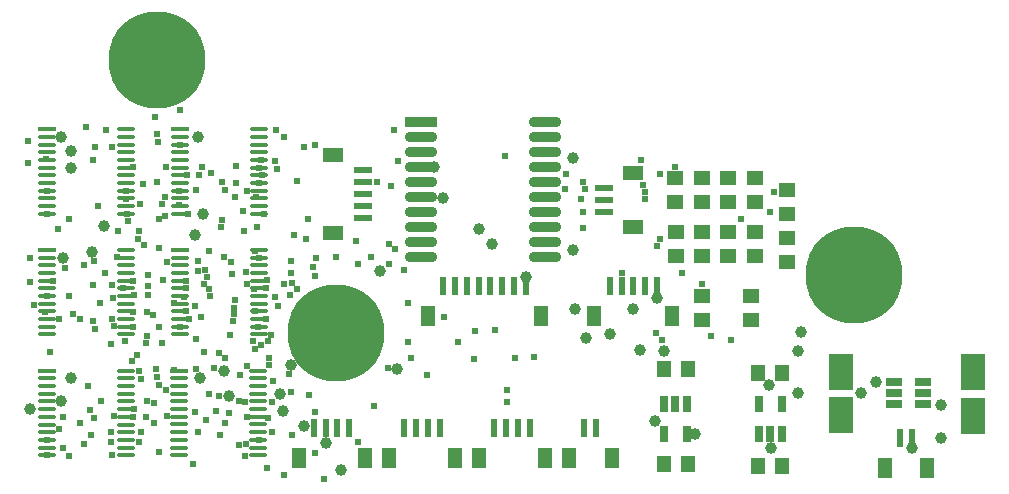
<source format=gts>
G04 Layer_Color=8388736*
%FSLAX44Y44*%
%MOMM*%
G71*
G01*
G75*
%ADD13R,1.5500X0.6000*%
%ADD14R,1.8000X1.2000*%
%ADD17R,1.4823X0.4180*%
%ADD18O,1.4823X0.4180*%
%ADD19R,0.6000X1.5500*%
%ADD20R,1.2000X1.8000*%
%ADD36R,1.4732X1.2192*%
%ADD37R,2.0532X3.1532*%
%ADD38R,1.4032X0.8032*%
%ADD39R,2.7432X0.9144*%
%ADD40O,2.7432X0.9144*%
%ADD41R,1.2192X1.4732*%
%ADD42R,0.7112X1.4732*%
%ADD43C,8.2032*%
%ADD44C,0.6032*%
%ADD45C,1.0032*%
D13*
X831576Y1464028D02*
D03*
Y1474028D02*
D03*
Y1484028D02*
D03*
Y1494028D02*
D03*
Y1504028D02*
D03*
X1035200Y1488928D02*
D03*
Y1478928D02*
D03*
Y1468928D02*
D03*
D14*
X806326Y1451028D02*
D03*
Y1517028D02*
D03*
X1060450Y1501928D02*
D03*
Y1455928D02*
D03*
D17*
X563880Y1538986D02*
D03*
X676437D02*
D03*
X563880Y1436699D02*
D03*
X676437D02*
D03*
X563880Y1334412D02*
D03*
X675530Y1334452D02*
D03*
D18*
X563880Y1532486D02*
D03*
Y1525986D02*
D03*
Y1519486D02*
D03*
Y1512986D02*
D03*
Y1506486D02*
D03*
Y1499986D02*
D03*
Y1493486D02*
D03*
Y1486986D02*
D03*
Y1480486D02*
D03*
Y1473986D02*
D03*
Y1467486D02*
D03*
X631155D02*
D03*
Y1473986D02*
D03*
Y1480486D02*
D03*
Y1486986D02*
D03*
Y1493486D02*
D03*
Y1499986D02*
D03*
Y1506486D02*
D03*
Y1512986D02*
D03*
Y1519486D02*
D03*
Y1525986D02*
D03*
Y1532486D02*
D03*
Y1538986D02*
D03*
X676437Y1532486D02*
D03*
Y1525986D02*
D03*
Y1519486D02*
D03*
Y1512986D02*
D03*
Y1506486D02*
D03*
Y1499986D02*
D03*
Y1493486D02*
D03*
Y1486986D02*
D03*
Y1480486D02*
D03*
Y1473986D02*
D03*
Y1467486D02*
D03*
X743712D02*
D03*
Y1473986D02*
D03*
Y1480486D02*
D03*
Y1486986D02*
D03*
Y1493486D02*
D03*
Y1499986D02*
D03*
Y1506486D02*
D03*
Y1512986D02*
D03*
Y1519486D02*
D03*
Y1525986D02*
D03*
Y1532486D02*
D03*
Y1538986D02*
D03*
X563880Y1430199D02*
D03*
Y1423699D02*
D03*
Y1417199D02*
D03*
Y1410699D02*
D03*
Y1404199D02*
D03*
Y1397699D02*
D03*
Y1391199D02*
D03*
Y1384699D02*
D03*
Y1378199D02*
D03*
Y1371699D02*
D03*
Y1365199D02*
D03*
X631155D02*
D03*
Y1371699D02*
D03*
Y1378199D02*
D03*
Y1384699D02*
D03*
Y1391199D02*
D03*
Y1397699D02*
D03*
Y1404199D02*
D03*
Y1410699D02*
D03*
Y1417199D02*
D03*
Y1423699D02*
D03*
Y1430199D02*
D03*
Y1436699D02*
D03*
X676437Y1430199D02*
D03*
Y1423699D02*
D03*
Y1417199D02*
D03*
Y1410699D02*
D03*
Y1404199D02*
D03*
Y1397699D02*
D03*
Y1391199D02*
D03*
Y1384699D02*
D03*
Y1378199D02*
D03*
Y1371699D02*
D03*
Y1365199D02*
D03*
X743712D02*
D03*
Y1371699D02*
D03*
Y1378199D02*
D03*
Y1384699D02*
D03*
Y1391199D02*
D03*
Y1397699D02*
D03*
Y1404199D02*
D03*
Y1410699D02*
D03*
Y1417199D02*
D03*
Y1423699D02*
D03*
Y1430199D02*
D03*
Y1436699D02*
D03*
X563880Y1327912D02*
D03*
Y1321412D02*
D03*
Y1314912D02*
D03*
Y1308412D02*
D03*
Y1301912D02*
D03*
Y1295412D02*
D03*
Y1288912D02*
D03*
Y1282412D02*
D03*
Y1275912D02*
D03*
Y1269412D02*
D03*
Y1262912D02*
D03*
X631155D02*
D03*
Y1269412D02*
D03*
Y1275912D02*
D03*
Y1282412D02*
D03*
Y1288912D02*
D03*
Y1295412D02*
D03*
Y1301912D02*
D03*
Y1308412D02*
D03*
Y1314912D02*
D03*
Y1321412D02*
D03*
Y1327912D02*
D03*
Y1334412D02*
D03*
X675530Y1327952D02*
D03*
Y1321452D02*
D03*
Y1314952D02*
D03*
Y1308452D02*
D03*
Y1301952D02*
D03*
Y1295452D02*
D03*
Y1288952D02*
D03*
Y1282452D02*
D03*
Y1275952D02*
D03*
Y1269452D02*
D03*
Y1262952D02*
D03*
X742805D02*
D03*
Y1269452D02*
D03*
Y1275952D02*
D03*
Y1282452D02*
D03*
Y1288952D02*
D03*
Y1295452D02*
D03*
Y1301952D02*
D03*
Y1308452D02*
D03*
Y1314952D02*
D03*
Y1321452D02*
D03*
Y1327952D02*
D03*
Y1334452D02*
D03*
D19*
X819866Y1285598D02*
D03*
X809866D02*
D03*
X799866D02*
D03*
X789866D02*
D03*
X896279Y1285718D02*
D03*
X886279D02*
D03*
X876279D02*
D03*
X866279D02*
D03*
X972631D02*
D03*
X962631D02*
D03*
X952631D02*
D03*
X942631D02*
D03*
X1028983D02*
D03*
X1018983D02*
D03*
X1296336Y1277082D02*
D03*
X1286336D02*
D03*
X1080450Y1406114D02*
D03*
X1070450D02*
D03*
X1060450D02*
D03*
X1050450D02*
D03*
X1040450D02*
D03*
X969279D02*
D03*
X959278D02*
D03*
X949278D02*
D03*
X939278D02*
D03*
X929279D02*
D03*
X919279D02*
D03*
X909278D02*
D03*
X899278D02*
D03*
D20*
X832866Y1260348D02*
D03*
X776866D02*
D03*
X909278Y1260468D02*
D03*
X853279D02*
D03*
X985631D02*
D03*
X929631D02*
D03*
X1041983D02*
D03*
X1005983D02*
D03*
X1309336Y1251832D02*
D03*
X1273336D02*
D03*
X1093450Y1380864D02*
D03*
X1027450D02*
D03*
X982279D02*
D03*
X886279D02*
D03*
D36*
X1118531Y1377442D02*
D03*
Y1397762D02*
D03*
X1190752Y1426210D02*
D03*
Y1446530D02*
D03*
X1163320Y1431290D02*
D03*
Y1451610D02*
D03*
X1140714Y1431290D02*
D03*
Y1451610D02*
D03*
X1118531Y1431290D02*
D03*
Y1451610D02*
D03*
X1096772D02*
D03*
Y1431290D02*
D03*
X1190752Y1466850D02*
D03*
Y1487170D02*
D03*
X1163066Y1477518D02*
D03*
Y1497838D02*
D03*
X1140714Y1477518D02*
D03*
Y1497838D02*
D03*
X1118531Y1477518D02*
D03*
Y1497838D02*
D03*
X1096010Y1477518D02*
D03*
Y1497838D02*
D03*
X1160018Y1397762D02*
D03*
Y1377442D02*
D03*
D37*
X1348232Y1296458D02*
D03*
Y1333458D02*
D03*
X1236472Y1296712D02*
D03*
Y1333712D02*
D03*
D38*
X1280868Y1306118D02*
D03*
Y1315618D02*
D03*
Y1325118D02*
D03*
X1305868D02*
D03*
Y1315618D02*
D03*
Y1306118D02*
D03*
D39*
X880618Y1544828D02*
D03*
D40*
Y1532128D02*
D03*
Y1519428D02*
D03*
Y1506728D02*
D03*
Y1494028D02*
D03*
Y1481328D02*
D03*
Y1468628D02*
D03*
Y1455928D02*
D03*
Y1443228D02*
D03*
Y1430528D02*
D03*
X985218Y1544828D02*
D03*
Y1532128D02*
D03*
Y1519428D02*
D03*
Y1506728D02*
D03*
Y1494028D02*
D03*
Y1481328D02*
D03*
Y1468628D02*
D03*
Y1455928D02*
D03*
Y1443228D02*
D03*
Y1430528D02*
D03*
D41*
X1185926Y1253998D02*
D03*
X1165606D02*
D03*
X1106678Y1255522D02*
D03*
X1086358D02*
D03*
Y1335786D02*
D03*
X1106678D02*
D03*
X1165606Y1332230D02*
D03*
X1185926D02*
D03*
D42*
X1105408Y1280718D02*
D03*
X1096010Y1306118D02*
D03*
X1086358Y1306118D02*
D03*
X1105408D02*
D03*
X1086358Y1280718D02*
D03*
X1166876Y1306118D02*
D03*
X1176274Y1280718D02*
D03*
X1185926Y1280718D02*
D03*
X1166876D02*
D03*
X1185926Y1306118D02*
D03*
D43*
X657352Y1597660D02*
D03*
X1246886Y1415796D02*
D03*
X808736Y1366266D02*
D03*
D44*
X1118531Y1407753D02*
D03*
X1101598Y1417066D02*
D03*
X843534Y1494282D02*
D03*
X1118531Y1497838D02*
D03*
X1068158Y1491622D02*
D03*
X1083310Y1501394D02*
D03*
X1019556Y1488186D02*
D03*
X1002284D02*
D03*
X855218Y1491234D02*
D03*
X1017524Y1494536D02*
D03*
X1015746Y1479804D02*
D03*
X1151636Y1463294D02*
D03*
X1163066Y1497457D02*
D03*
X1140714Y1497838D02*
D03*
X1070610Y1486154D02*
D03*
Y1480058D02*
D03*
X1179576Y1485900D02*
D03*
X1175766Y1468882D02*
D03*
X1017524Y1469136D02*
D03*
X1096010Y1507236D02*
D03*
X1066800Y1513078D02*
D03*
X1003046Y1500886D02*
D03*
X860806Y1512062D02*
D03*
X993140Y1443228D02*
D03*
X1080770Y1440434D02*
D03*
X1083056Y1446276D02*
D03*
X1017524Y1455166D02*
D03*
X951992Y1516380D02*
D03*
X577278Y1269428D02*
D03*
X603504Y1294384D02*
D03*
X618998Y1263142D02*
D03*
X566674Y1350264D02*
D03*
X600710Y1300988D02*
D03*
X620268Y1296416D02*
D03*
X609600Y1308862D02*
D03*
X827024Y1274064D02*
D03*
X791210Y1264920D02*
D03*
X840740Y1304798D02*
D03*
X925322Y1344168D02*
D03*
X911606Y1358900D02*
D03*
X852932Y1336684D02*
D03*
X953008Y1307592D02*
D03*
Y1318006D02*
D03*
X959771Y1344930D02*
D03*
X926643Y1368095D02*
D03*
X975868Y1346200D02*
D03*
X943610Y1368552D02*
D03*
X838442Y1431048D02*
D03*
X618236Y1273810D02*
D03*
X549910Y1430020D02*
D03*
X715010Y1345438D02*
D03*
X618490Y1282446D02*
D03*
X659130Y1265682D02*
D03*
X598424Y1321308D02*
D03*
X771652Y1280414D02*
D03*
X754634Y1282700D02*
D03*
X790956Y1299464D02*
D03*
X750824Y1294638D02*
D03*
X754634Y1307846D02*
D03*
X770636Y1316228D02*
D03*
X755396Y1326134D02*
D03*
X726186Y1308862D02*
D03*
X710792Y1280278D02*
D03*
X718312Y1298702D02*
D03*
X691642Y1282446D02*
D03*
X578866Y1421384D02*
D03*
X607338Y1473986D02*
D03*
X743678Y1493520D02*
D03*
X733477Y1338492D02*
D03*
X727456Y1330706D02*
D03*
X564071Y1397508D02*
D03*
X574416Y1378585D02*
D03*
X561848Y1384300D02*
D03*
X549910Y1409954D02*
D03*
X553212Y1389899D02*
D03*
X631085Y1486916D02*
D03*
X568977Y1410699D02*
D03*
X695198Y1506982D02*
D03*
X724266Y1507886D02*
D03*
X743446Y1506220D02*
D03*
X613022Y1417066D02*
D03*
X619252Y1407414D02*
D03*
X628142Y1404112D02*
D03*
X594868Y1423924D02*
D03*
X742343Y1371699D02*
D03*
X582676Y1462532D02*
D03*
X563880Y1467486D02*
D03*
Y1486986D02*
D03*
X547878Y1529080D02*
D03*
X548132Y1510030D02*
D03*
X596900Y1540764D02*
D03*
X775208Y1403858D02*
D03*
X791210Y1414526D02*
D03*
X771652Y1408938D02*
D03*
X825754Y1443990D02*
D03*
X746252Y1500124D02*
D03*
X730758Y1452372D02*
D03*
X723854Y1493520D02*
D03*
X729488Y1469390D02*
D03*
X613588Y1537894D02*
D03*
X663448Y1465834D02*
D03*
X658368Y1462786D02*
D03*
X641096Y1446022D02*
D03*
X645922Y1440942D02*
D03*
X641604Y1452626D02*
D03*
X631444Y1467358D02*
D03*
X632714Y1461516D02*
D03*
X624332Y1452372D02*
D03*
X573278Y1454404D02*
D03*
X744728Y1512824D02*
D03*
X781812Y1523746D02*
D03*
X749808Y1411224D02*
D03*
X869950Y1358900D02*
D03*
Y1391920D02*
D03*
X770890Y1426972D02*
D03*
X773176Y1449324D02*
D03*
X791718Y1429766D02*
D03*
X827024Y1425194D02*
D03*
X808272Y1430572D02*
D03*
X783590Y1445768D02*
D03*
X743712Y1430199D02*
D03*
X784860Y1463294D02*
D03*
X741426Y1456182D02*
D03*
X748030Y1467358D02*
D03*
X740902Y1481296D02*
D03*
X775462Y1494790D02*
D03*
X756666Y1512316D02*
D03*
X758895Y1505401D02*
D03*
X764794Y1532128D02*
D03*
X757936Y1538478D02*
D03*
X857504D02*
D03*
X769620Y1398524D02*
D03*
X789178Y1422400D02*
D03*
X770128Y1416812D02*
D03*
X764286Y1407922D02*
D03*
X757174Y1397254D02*
D03*
X618998Y1524254D02*
D03*
X689864Y1487170D02*
D03*
X676437Y1525986D02*
D03*
X656844Y1534668D02*
D03*
X658114Y1528318D02*
D03*
X602488Y1512570D02*
D03*
X604520Y1524254D02*
D03*
X715010Y1487678D02*
D03*
X712470Y1494028D02*
D03*
X702818Y1502156D02*
D03*
X692404Y1499870D02*
D03*
X682128Y1499986D02*
D03*
X675647Y1486909D02*
D03*
X636974Y1506670D02*
D03*
X664406D02*
D03*
X694690Y1379982D02*
D03*
X676592Y1371854D02*
D03*
X636016Y1342644D02*
D03*
X636524Y1384554D02*
D03*
X679800Y1396889D02*
D03*
X637032Y1410462D02*
D03*
X671576Y1391412D02*
D03*
X658622Y1438656D02*
D03*
X681482Y1385062D02*
D03*
X654050Y1381252D02*
D03*
X648970Y1384554D02*
D03*
X649732Y1398270D02*
D03*
X637286Y1398524D02*
D03*
X665480Y1426464D02*
D03*
X644906Y1492250D02*
D03*
X657352Y1494028D02*
D03*
X663448Y1481582D02*
D03*
X759206Y1389380D02*
D03*
X649478Y1406398D02*
D03*
X649732Y1415542D02*
D03*
X662178Y1411224D02*
D03*
X681482Y1404620D02*
D03*
X675640Y1474724D02*
D03*
X683006Y1467358D02*
D03*
X733176Y1486662D02*
D03*
X723392Y1481328D02*
D03*
X712171Y1462036D02*
D03*
X711200Y1456436D02*
D03*
X768858Y1331722D02*
D03*
X751840Y1339088D02*
D03*
X785622Y1313688D02*
D03*
X749046Y1378204D02*
D03*
X723392Y1393952D02*
D03*
X681736Y1410462D02*
D03*
X740410Y1436116D02*
D03*
X722421Y1387868D02*
D03*
X701294Y1403503D02*
D03*
X749300Y1404874D02*
D03*
X738886Y1403858D02*
D03*
X700874Y1435442D02*
D03*
X696976Y1407668D02*
D03*
X689102Y1389380D02*
D03*
X701802Y1397762D02*
D03*
X733520Y1407580D02*
D03*
X885698Y1331214D02*
D03*
X871728Y1345184D02*
D03*
X866216Y1419428D02*
D03*
X790702Y1525778D02*
D03*
X676910Y1555242D02*
D03*
X655574Y1549400D02*
D03*
X563372Y1513332D02*
D03*
X661670Y1475486D02*
D03*
X642366D02*
D03*
X631190Y1479804D02*
D03*
X687204Y1255910D02*
D03*
X743204Y1276096D02*
D03*
X714774Y1290556D02*
D03*
X688848Y1299718D02*
D03*
X654558Y1290066D02*
D03*
X642198Y1273810D02*
D03*
X643348Y1282412D02*
D03*
X665038Y1317992D02*
D03*
X705358Y1336802D02*
D03*
X657098Y1329182D02*
D03*
X654604Y1306774D02*
D03*
X665480Y1296416D02*
D03*
X648970Y1308862D02*
D03*
X658368Y1322070D02*
D03*
X658622Y1371346D02*
D03*
X630174Y1359408D02*
D03*
X639826Y1347724D02*
D03*
X647700Y1357630D02*
D03*
X643890Y1327658D02*
D03*
X648970Y1363472D02*
D03*
X641858Y1334516D02*
D03*
X660908Y1357884D02*
D03*
X656590Y1336294D02*
D03*
X706628Y1300480D02*
D03*
X709676Y1312926D02*
D03*
X750824Y1359408D02*
D03*
X684276Y1378204D02*
D03*
X690372Y1360932D02*
D03*
X739902Y1353058D02*
D03*
X751840Y1345184D02*
D03*
X745236Y1356106D02*
D03*
X739648Y1385316D02*
D03*
X722376Y1382268D02*
D03*
X721106Y1376172D02*
D03*
X696976Y1350010D02*
D03*
X698754Y1293114D02*
D03*
X700786Y1314704D02*
D03*
X753618Y1364742D02*
D03*
X738632Y1359662D02*
D03*
X718756Y1364959D02*
D03*
X709930Y1349502D02*
D03*
X690118Y1335532D02*
D03*
X671322Y1334770D02*
D03*
X582676Y1397762D02*
D03*
X623570Y1430782D02*
D03*
X604012Y1426972D02*
D03*
X602996Y1407414D02*
D03*
X636524Y1371600D02*
D03*
X617804Y1356690D02*
D03*
X585978Y1382299D02*
D03*
X621030Y1372108D02*
D03*
X620014Y1395984D02*
D03*
X609092Y1391666D02*
D03*
X591820Y1377950D02*
D03*
X602996Y1376680D02*
D03*
X604774Y1369568D02*
D03*
X618998Y1378458D02*
D03*
X647954Y1294892D02*
D03*
X636524Y1295400D02*
D03*
X637540Y1302258D02*
D03*
X713994Y1431036D02*
D03*
X699022Y1413751D02*
D03*
X691642Y1427480D02*
D03*
X692097Y1418602D02*
D03*
X698006Y1419351D02*
D03*
X719582Y1426718D02*
D03*
X732536Y1417828D02*
D03*
X720598Y1416050D02*
D03*
X798322Y1243076D02*
D03*
X732028Y1272540D02*
D03*
X731786Y1307732D02*
D03*
X733500Y1295452D02*
D03*
X726428Y1271260D02*
D03*
X731774Y1261872D02*
D03*
X749808Y1251966D02*
D03*
X563880Y1262912D02*
D03*
Y1275912D02*
D03*
X592074Y1290320D02*
D03*
X573786Y1285240D02*
D03*
X577850Y1295654D02*
D03*
X601472Y1279652D02*
D03*
X595630Y1272540D02*
D03*
X582402Y1262106D02*
D03*
X764540Y1246124D02*
D03*
X900430Y1379728D02*
D03*
X858520Y1437386D02*
D03*
X853396Y1441406D02*
D03*
X853694Y1424940D02*
D03*
X1143000Y1360424D02*
D03*
X1084580D02*
D03*
X1126490Y1364234D02*
D03*
X1050544Y1417066D02*
D03*
X1079456Y1366564D02*
D03*
D45*
X1177290Y1268730D02*
D03*
X1296162Y1268984D02*
D03*
X1320516Y1277082D02*
D03*
Y1305844D02*
D03*
X1266190Y1325118D02*
D03*
X1175512Y1322324D02*
D03*
X1112520Y1280668D02*
D03*
X1253084Y1315618D02*
D03*
X1199540D02*
D03*
X1009650Y1436914D02*
D03*
Y1514602D02*
D03*
X891286Y1506982D02*
D03*
X1199540Y1350874D02*
D03*
X1202648Y1367536D02*
D03*
X584350Y1328016D02*
D03*
X577342Y1430274D02*
D03*
X929279Y1454551D02*
D03*
X899414Y1480820D02*
D03*
X969279Y1413749D02*
D03*
X940308Y1441958D02*
D03*
X1010920Y1386840D02*
D03*
X860552Y1336294D02*
D03*
X799926Y1272874D02*
D03*
X812800Y1250442D02*
D03*
X576072Y1308608D02*
D03*
X549494Y1301912D02*
D03*
X781812Y1287780D02*
D03*
X764032Y1299972D02*
D03*
X761492Y1314450D02*
D03*
X718058Y1313180D02*
D03*
X1020071Y1361955D02*
D03*
X611886Y1457198D02*
D03*
X691538Y1532486D02*
D03*
X583946Y1505712D02*
D03*
Y1520190D02*
D03*
X575564Y1532128D02*
D03*
X695960Y1467104D02*
D03*
X689102Y1449070D02*
D03*
X846074Y1419098D02*
D03*
X713444Y1333886D02*
D03*
X770890Y1339342D02*
D03*
X693570Y1328016D02*
D03*
X601980Y1434592D02*
D03*
X1086714Y1350874D02*
D03*
X1078992Y1291590D02*
D03*
X1066038Y1352042D02*
D03*
X1040384Y1365504D02*
D03*
X1060450Y1386840D02*
D03*
X1080450Y1396426D02*
D03*
M02*

</source>
